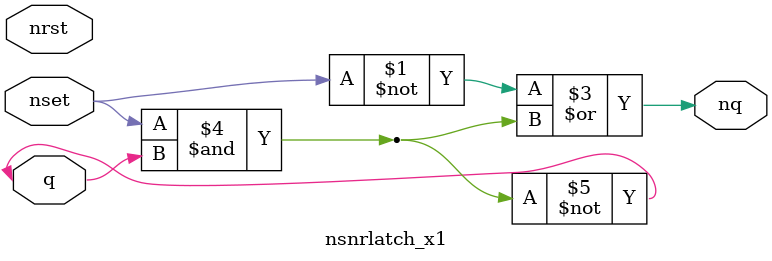
<source format=v>
/*                                                                      */
/*  Avertec Release v3.4p5 (64 bits on Linux 6.6.13+bpo-amd64)          */
/*  [AVT_only] host: fsdev                                              */
/*  [AVT_only] arch: x86_64                                             */
/*  [AVT_only] path: /opt/tasyag-3.4p5/bin/avt_shell                    */
/*  argv:                                                               */
/*                                                                      */
/*  User: verhaegs                                                      */
/*  Generation date Wed May 29 10:55:23 2024                            */
/*                                                                      */
/*  Verilog data flow description generated from `nsnrlatch_x1`         */
/*                                                                      */


`timescale 1 ps/1 ps

module nsnrlatch_x1 (nset, nrst, q, nq);

  input  nset;
  input  nrst;
  inout  q;
  output nq;


  assign nq = (~(nset) | ~(q));
  assign q = ~((nset & q));

endmodule

</source>
